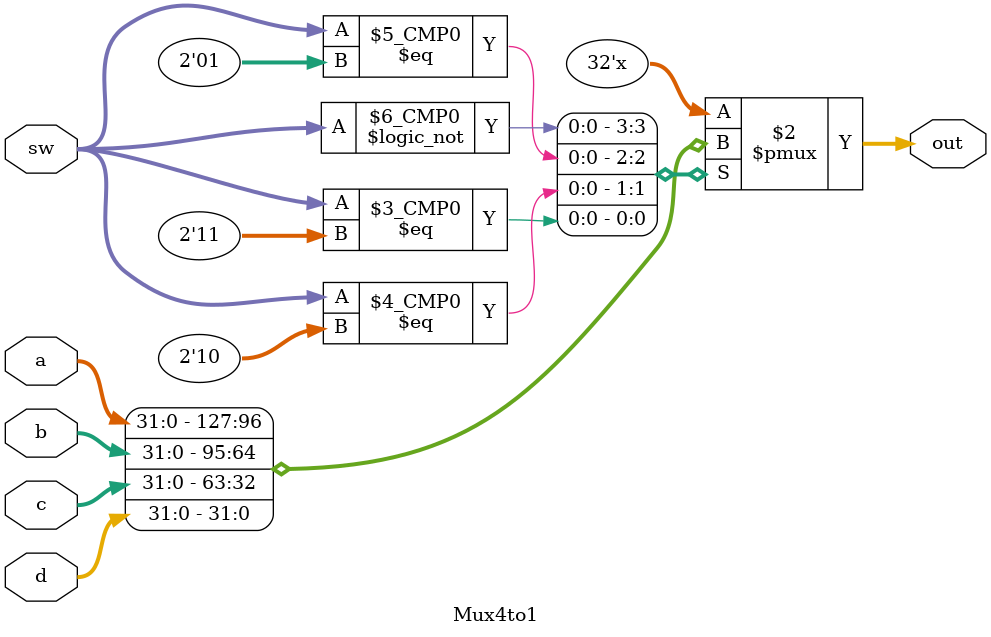
<source format=v>
`timescale 1ns / 1ps
module Mux4to1(
    input [31:0]a,
    input [31:0]b,
	 input [31:0]c,
	 input [31:0]d,
    input [1:0]sw,
    output reg [31:0]out
    );
always@(*)
begin
	case(sw)
		2'b00:	out<=a;
		2'b01:	out<=b;
		2'b10:	out<=c;
		2'b11:	out<=d;
		default: out<=32'b0;
	endcase
end
endmodule
</source>
